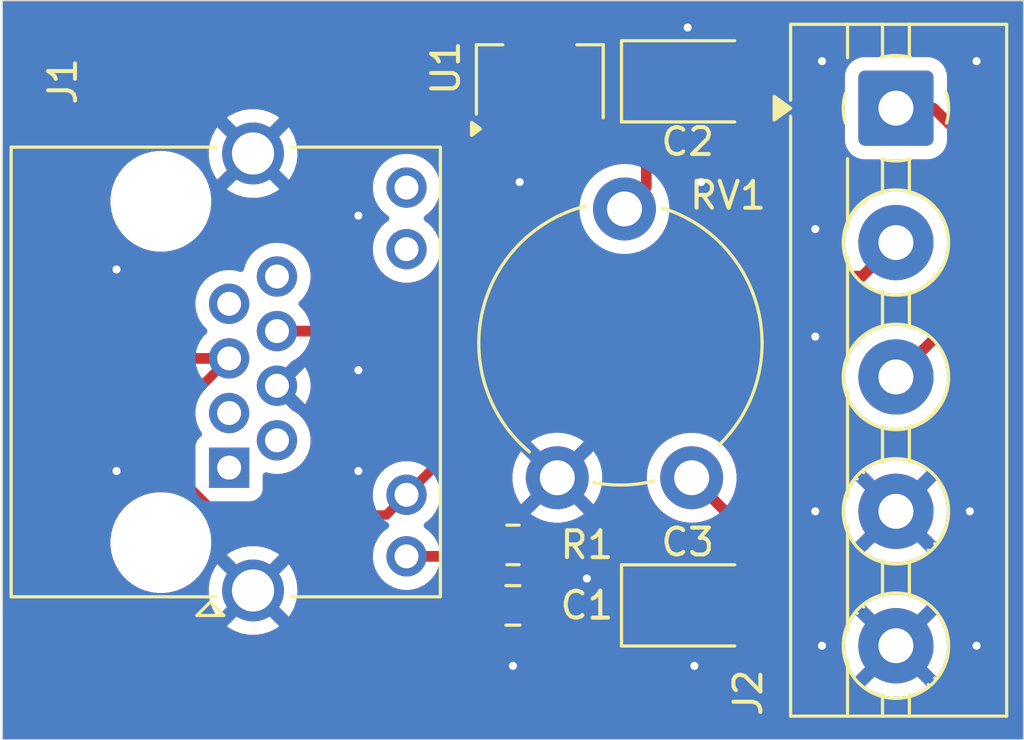
<source format=kicad_pcb>
(kicad_pcb (version 20241229) (generator "pcbnew") (generator_version "9.0")
  (title_block (title "Motorola microphone adapter") (date "2026-01-16") (rev "V 1.2") (company "Z32IT"))
  (layers (0 "F.Cu" signal) (2 "B.Cu" signal) (13 "F.Paste" user) (15 "B.Paste" user) (5 "F.SilkS" user "F.Silkscreen") (7 "B.SilkS" user "B.Silkscreen") (1 "F.Mask" user) (3 "B.Mask" user) (25 "Edge.Cuts" user))
  (net 0 "")
  (net 1 "/PTT")
  (net 2 "Net-(C1-Pad1)")
  (net 7 "GND")
  (net 11 "MIC")
  (net 12 "/MIC-in")
  (net 13 "MIC-AUDIO")
  (net 14 "Net-(C2-Pad1)")
  (net 15 "Net-(C3-Pad2)")
  (footprint "Potentiometer_THT:Potentiometer_Piher_PT-10-V10_Vertical" (layer "F.Cu") (at 90.15 90.25 90)
    (property "Reference" "RV1" (at 10.5 1.35 0) (layer "F.SilkS"))
    (property "Value" "50K" (hide yes))
    (fp_arc (start 0.963379 -6.038474) (mid 6.186565 -7.784991) (end 10.114 -3.924) (stroke (width 0.12)) (layer "F.SilkS"))
    (fp_arc (start -0.11439 -1.375119) (mid -0.269093 -2.512295) (end -0.174 -3.656) (stroke (width 0.12)) (layer "F.SilkS"))
    (fp_arc (start 10.039726 -1.109201) (mid 8.134716 1.586326) (end 5 2.62) (stroke (width 0.12)) (layer "F.SilkS"))
    (fp_arc (start 5.09203 2.619358) (mid 2.983245 2.219015) (end 1.209 1.011) (stroke (width 0.12)) (layer "F.SilkS"))
    (pad "1" thru_hole circle (at 0 0 90) (size 2.34 2.34) (drill 1.3) (layers "*.Cu" "*.Mask") (net 15 "Net-(C3-Pad2)"))
    (pad "2" thru_hole circle (at 10 -2.5 90) (size 2.34 2.34) (drill 1.3) (layers "*.Cu" "*.Mask") (net 14 "Net-(C2-Pad1)"))
    (pad "3" thru_hole circle (at 0 -5 90) (size 2.34 2.34) (drill 1.3) (layers "*.Cu" "*.Mask") (net 7 "GND"))
  )
  (footprint "Capacitor_Tantalum_SMD:CP_EIA-3528-12_Kemet-T" (layer "F.Cu") (at 90 95)
    (property "Reference" "C3" (at 0 -2.35 0) (layer "F.SilkS"))
    (property "Value" "4u7" (hide yes))
    (fp_line (start -2.46 -1.51) (end -2.46 1.51) (stroke (width 0.12)) (layer "F.SilkS"))
    (fp_line (start -2.46 1.51) (end 1.75 1.51) (stroke (width 0.12)) (layer "F.SilkS"))
    (fp_line (start 1.75 -1.51) (end -2.46 -1.51) (stroke (width 0.12)) (layer "F.SilkS"))
    (pad "1" smd roundrect (at -1.5375 0) (size 1.325 2.35) (layers "F.Cu" "F.Mask" "F.Paste") (roundrect_rratio 0.188679) (net 11 "MIC"))
    (pad "2" smd roundrect (at 1.5375 0) (size 1.325 2.35) (layers "F.Cu" "F.Mask" "F.Paste") (roundrect_rratio 0.188679) (net 15 "Net-(C3-Pad2)"))
  )
  (footprint "Package_TO_SOT_SMD:SOT-89-3" (layer "F.Cu") (at 84.5 75.5 90)
    (property "Reference" "U1" (at 0.5 -3.5 90) (layer "F.SilkS"))
    (property "Value" "L78L09_SOT89" (hide yes))
    (fp_line (start -1.22 -2.36) (end 1.36 -2.36) (stroke (width 0.12)) (layer "F.SilkS"))
    (fp_line (start 1.36 -1.38) (end 1.36 -2.36) (stroke (width 0.12)) (layer "F.SilkS"))
    (fp_line (start 1.36 1.38) (end 1.36 2.36) (stroke (width 0.12)) (layer "F.SilkS"))
    (fp_line (start 1.36 2.36) (end -1.36 2.36) (stroke (width 0.12)) (layer "F.SilkS"))
    (fp_poly (pts (xy -1.77 -2.21) (xy -2.01 -2.54) (xy -1.53 -2.54) (xy -1.77 -2.21)) (stroke (width 0.12)) (fill yes) (layer "F.SilkS"))
    (pad "1" smd roundrect (at -1.95 -1.5 90) (size 1.3 0.9) (layers "F.Cu" "F.Mask" "F.Paste") (net 11 "MIC"))
    (pad "2" smd custom (at -1.8625 0 90) (size 1.475 0.9) (layers "F.Cu" "F.Mask" "F.Paste") (net 7 "GND") (options (clearance outline) (anchor rect)) (primitives (gr_poly (pts (xy 3.8625 0.8665) (xy 0.7375 0.8665) (xy 0.7375 -0.8665) (xy 3.8625 -0.8665)) (width 0) (fill yes))))
    (pad "3" smd roundrect (at -1.95 1.5 90) (size 1.3 0.9) (layers "F.Cu" "F.Mask" "F.Paste") (net 12 "/MIC-in"))
  )
  (footprint "TerminalBlock:TerminalBlock_MaiXu_MX126-5.0-05P_1x05_P5.00mm" (layer "F.Cu") (at 97.75 76.5 -90)
    (property "Reference" "J2" (at 21.75 5.5 90) (layer "F.SilkS"))
    (property "Value" "Screw_Terminal_01x05" (hide yes))
    (fp_line (start -3.12 3.92) (end -0.3 3.92) (stroke (width 0.12)) (layer "F.SilkS"))
    (fp_line (start 0.3 3.92) (end 22.62 3.92) (stroke (width 0.12)) (layer "F.SilkS"))
    (fp_line (start -3.12 1.8) (end -1.88 1.8) (stroke (width 0.12)) (layer "F.SilkS"))
    (fp_line (start 1.88 1.8) (end 4.457 1.8) (stroke (width 0.12)) (layer "F.SilkS"))
    (fp_line (start 5.543 1.8) (end 9.457 1.8) (stroke (width 0.12)) (layer "F.SilkS"))
    (fp_line (start 10.543 1.8) (end 14.457 1.8) (stroke (width 0.12)) (layer "F.SilkS"))
    (fp_line (start 15.543 1.8) (end 19.457 1.8) (stroke (width 0.12)) (layer "F.SilkS"))
    (fp_line (start 20.543 1.8) (end 22.62 1.8) (stroke (width 0.12)) (layer "F.SilkS"))
    (fp_line (start 3.795 1.443) (end 3.752 1.486) (stroke (width 0.12)) (layer "F.SilkS"))
    (fp_line (start 8.795 1.443) (end 8.752 1.486) (stroke (width 0.12)) (layer "F.SilkS"))
    (fp_line (start 13.795 1.443) (end 13.752 1.486) (stroke (width 0.12)) (layer "F.SilkS"))
    (fp_line (start 18.795 1.443) (end 18.752 1.486) (stroke (width 0.12)) (layer "F.SilkS"))
    (fp_line (start 3.556 1.204) (end 3.513 1.247) (stroke (width 0.12)) (layer "F.SilkS"))
    (fp_line (start 8.556 1.204) (end 8.513 1.247) (stroke (width 0.12)) (layer "F.SilkS"))
    (fp_line (start 13.556 1.204) (end 13.513 1.247) (stroke (width 0.12)) (layer "F.SilkS"))
    (fp_line (start 18.556 1.204) (end 18.513 1.247) (stroke (width 0.12)) (layer "F.SilkS"))
    (fp_line (start -3.12 0.5) (end -1.88 0.5) (stroke (width 0.12)) (layer "F.SilkS"))
    (fp_line (start 1.88 0.5) (end 3.188 0.5) (stroke (width 0.12)) (layer "F.SilkS"))
    (fp_line (start 6.812 0.5) (end 8.188 0.5) (stroke (width 0.12)) (layer "F.SilkS"))
    (fp_line (start 11.812 0.5) (end 13.188 0.5) (stroke (width 0.12)) (layer "F.SilkS"))
    (fp_line (start 16.812 0.5) (end 18.188 0.5) (stroke (width 0.12)) (layer "F.SilkS"))
    (fp_line (start 21.812 0.5) (end 22.62 0.5) (stroke (width 0.12)) (layer "F.SilkS"))
    (fp_line (start -3.12 -0.5) (end -1.88 -0.5) (stroke (width 0.12)) (layer "F.SilkS"))
    (fp_line (start 1.88 -0.5) (end 3.188 -0.5) (stroke (width 0.12)) (layer "F.SilkS"))
    (fp_line (start 6.812 -0.5) (end 8.188 -0.5) (stroke (width 0.12)) (layer "F.SilkS"))
    (fp_line (start 11.812 -0.5) (end 13.188 -0.5) (stroke (width 0.12)) (layer "F.SilkS"))
    (fp_line (start 16.812 -0.5) (end 18.188 -0.5) (stroke (width 0.12)) (layer "F.SilkS"))
    (fp_line (start 21.812 -0.5) (end 22.62 -0.5) (stroke (width 0.12)) (layer "F.SilkS"))
    (fp_line (start 6.487 -1.247) (end 6.444 -1.204) (stroke (width 0.12)) (layer "F.SilkS"))
    (fp_line (start 11.487 -1.247) (end 11.444 -1.204) (stroke (width 0.12)) (layer "F.SilkS"))
    (fp_line (start 16.487 -1.247) (end 16.444 -1.204) (stroke (width 0.12)) (layer "F.SilkS"))
    (fp_line (start 21.487 -1.247) (end 21.444 -1.204) (stroke (width 0.12)) (layer "F.SilkS"))
    (fp_line (start 6.247 -1.486) (end 6.204 -1.443) (stroke (width 0.12)) (layer "F.SilkS"))
    (fp_line (start 11.247 -1.486) (end 11.204 -1.443) (stroke (width 0.12)) (layer "F.SilkS"))
    (fp_line (start 16.247 -1.486) (end 16.204 -1.443) (stroke (width 0.12)) (layer "F.SilkS"))
    (fp_line (start 21.247 -1.486) (end 21.204 -1.443) (stroke (width 0.12)) (layer "F.SilkS"))
    (fp_line (start -3.12 -4.12) (end -3.12 3.92) (stroke (width 0.12)) (layer "F.SilkS"))
    (fp_line (start -3.12 -4.12) (end 22.62 -4.12) (stroke (width 0.12)) (layer "F.SilkS"))
    (fp_line (start 22.62 -4.12) (end 22.62 3.92) (stroke (width 0.12)) (layer "F.SilkS"))
    (fp_arc (start 0.554 1.88) (mid -0.000246 1.959928) (end -0.554472 1.879861) (stroke (width 0.12)) (layer "F.SilkS"))
    (fp_arc (start -1.88 0.554) (mid -1.959928 -0.000246) (end -1.879861 -0.554472) (stroke (width 0.12)) (layer "F.SilkS"))
    (fp_arc (start 1.88 -0.554) (mid 1.959928 0.000246) (end 1.879861 0.554472) (stroke (width 0.12)) (layer "F.SilkS"))
    (fp_arc (start -0.554 -1.88) (mid 0.000246 -1.959928) (end 0.554472 -1.879861) (stroke (width 0.12)) (layer "F.SilkS"))
    (fp_circle (center 5 0) (end 6.96 0) (stroke (width 0.12)) (fill no) (layer "F.SilkS"))
    (fp_circle (center 10 0) (end 11.96 0) (stroke (width 0.12)) (fill no) (layer "F.SilkS"))
    (fp_circle (center 15 0) (end 16.96 0) (stroke (width 0.12)) (fill no) (layer "F.SilkS"))
    (fp_circle (center 20 0) (end 21.96 0) (stroke (width 0.12)) (fill no) (layer "F.SilkS"))
    (fp_poly (pts (xy 0 3.92) (xy 0.44 4.53) (xy -0.44 4.53) (xy 0 3.92)) (stroke (width 0.12)) (fill yes) (layer "F.SilkS"))
    (pad "1" thru_hole roundrect (at 0 0 270) (size 2.8 2.8) (drill 1.3) (layers "*.Cu" "*.Mask") (roundrect_rratio 0.089286) (net 1 "/PTT"))
    (pad "2" thru_hole circle (at 5 0 270) (size 2.8 2.8) (drill 1.3) (layers "*.Cu" "*.Mask") (net 12 "/MIC-in"))
    (pad "3" thru_hole circle (at 10 0 270) (size 2.8 2.8) (drill 1.3) (layers "*.Cu" "*.Mask") (net 13 "MIC-AUDIO"))
    (pad "4" thru_hole circle (at 15 0 270) (size 2.8 2.8) (drill 1.3) (layers "*.Cu" "*.Mask") (net 7 "GND"))
    (pad "5" thru_hole circle (at 20 0 270) (size 2.8 2.8) (drill 1.3) (layers "*.Cu" "*.Mask") (net 7 "GND"))
  )
  (footprint "Connector_RJ:RJ45_Amphenol_RJHSE538X" (layer "F.Cu") (at 72.94 89.875 90)
    (property "Reference" "J1" (at 14.375 -6.19 90) (layer "F.SilkS"))
    (property "Value" "Motorola GM300 mikrofon")
    (fp_line (start 11.925 -8.11) (end 11.925 -0.5) (stroke (width 0.12)) (layer "F.SilkS"))
    (fp_line (start -4.805 -8.11) (end 11.925 -8.11) (stroke (width 0.12)) (layer "F.SilkS"))
    (fp_line (start -4.805 -8.11) (end -4.805 -0.5) (stroke (width 0.12)) (layer "F.SilkS"))
    (fp_line (start -5.5 -1.2) (end -5 -0.7) (stroke (width 0.12)) (layer "F.SilkS"))
    (fp_line (start -5 -0.7) (end -5.5 -0.2) (stroke (width 0.12)) (layer "F.SilkS"))
    (fp_line (start -5.5 -0.2) (end -5.5 -1.2) (stroke (width 0.12)) (layer "F.SilkS"))
    (fp_line (start 11.925 7.86) (end 11.925 2.3) (stroke (width 0.12)) (layer "F.SilkS"))
    (fp_line (start -4.805 7.86) (end -4.805 2.3) (stroke (width 0.12)) (layer "F.SilkS"))
    (fp_line (start -4.805 7.86) (end 11.925 7.86) (stroke (width 0.12)) (layer "F.SilkS"))
    (pad "" np_thru_hole circle (at -2.79 -2.54 90) (size 3.25 3.25) (drill 3.25) (layers "*.Cu" "*.Mask"))
    (pad "" np_thru_hole circle (at 9.91 -2.54 90) (size 3.25 3.25) (drill 3.25) (layers "*.Cu" "*.Mask"))
    (pad "1" thru_hole rect (at 0 0 90) (size 1.5 1.5) (drill 0.89) (layers "*.Cu" "*.Mask"))
    (pad "2" thru_hole circle (at 1.016 1.78 90) (size 1.5 1.5) (drill 0.89) (layers "*.Cu" "*.Mask"))
    (pad "3" thru_hole circle (at 2.032 0 90) (size 1.5 1.5) (drill 0.89) (layers "*.Cu" "*.Mask"))
    (pad "4" thru_hole circle (at 3.048 1.78 90) (size 1.5 1.5) (drill 0.89) (layers "*.Cu" "*.Mask") (net 7 "GND"))
    (pad "5" thru_hole circle (at 4.064 0 90) (size 1.5 1.5) (drill 0.89) (layers "*.Cu" "*.Mask") (net 11 "MIC"))
    (pad "6" thru_hole circle (at 5.08 1.78 90) (size 1.5 1.5) (drill 0.89) (layers "*.Cu" "*.Mask") (net 1 "/PTT"))
    (pad "7" thru_hole circle (at 6.096 0 90) (size 1.5 1.5) (drill 0.89) (layers "*.Cu" "*.Mask"))
    (pad "8" thru_hole circle (at 7.112 1.78 90) (size 1.5 1.5) (drill 0.89) (layers "*.Cu" "*.Mask"))
    (pad "9" thru_hole circle (at -3.3 6.6 90) (size 1.5 1.5) (drill 0.89) (layers "*.Cu" "*.Mask") (net 2 "Net-(C1-Pad1)"))
    (pad "10" thru_hole circle (at -1.01 6.6 90) (size 1.5 1.5) (drill 0.89) (layers "*.Cu" "*.Mask") (net 11 "MIC"))
    (pad "11" thru_hole circle (at 8.13 6.6 90) (size 1.5 1.5) (drill 0.89) (layers "*.Cu" "*.Mask"))
    (pad "12" thru_hole circle (at 10.42 6.6 90) (size 1.5 1.5) (drill 0.89) (layers "*.Cu" "*.Mask"))
    (pad "SH" thru_hole circle (at -4.57 0.89 90) (size 2.3 2.3) (drill 1.57) (layers "*.Cu" "*.Mask") (net 7 "GND"))
    (pad "SH" thru_hole circle (at 11.69 0.89 90) (size 2.3 2.3) (drill 1.57) (layers "*.Cu" "*.Mask") (net 7 "GND"))
  )
  (footprint "Capacitor_Tantalum_SMD:CP_EIA-3528-12_Kemet-T" (layer "F.Cu") (at 90 75.5)
    (property "Reference" "C2" (at 0 2.25 0) (layer "F.SilkS"))
    (property "Value" "4u7" (hide yes))
    (fp_line (start -2.46 -1.51) (end -2.46 1.51) (stroke (width 0.12)) (layer "F.SilkS"))
    (fp_line (start -2.46 1.51) (end 1.75 1.51) (stroke (width 0.12)) (layer "F.SilkS"))
    (fp_line (start 1.75 -1.51) (end -2.46 -1.51) (stroke (width 0.12)) (layer "F.SilkS"))
    (pad "1" smd roundrect (at -1.5375 0) (size 1.325 2.35) (layers "F.Cu" "F.Mask" "F.Paste") (roundrect_rratio 0.188679) (net 14 "Net-(C2-Pad1)"))
    (pad "2" smd roundrect (at 1.5375 0) (size 1.325 2.35) (layers "F.Cu" "F.Mask" "F.Paste") (roundrect_rratio 0.188679) (net 13 "MIC-AUDIO"))
  )
  (footprint "Capacitor_SMD:C_0805_2012Metric" (layer "F.Cu") (at 83.5 95)
    (property "Reference" "C1" (at 2.75 0 0) (layer "F.SilkS"))
    (property "Value" "10n" (hide yes))
    (fp_line (start -0.261252 -0.735) (end 0.261252 -0.735) (stroke (width 0.12)) (layer "F.SilkS"))
    (fp_line (start -0.261252 0.735) (end 0.261252 0.735) (stroke (width 0.12)) (layer "F.SilkS"))
    (pad "1" smd roundrect (at -0.95 0) (size 1 1.45) (layers "F.Cu" "F.Mask" "F.Paste") (net 2 "Net-(C1-Pad1)"))
    (pad "2" smd roundrect (at 0.95 0) (size 1 1.45) (layers "F.Cu" "F.Mask" "F.Paste") (net 1 "/PTT"))
  )
  (footprint "Resistor_SMD:R_0805_2012Metric" (layer "F.Cu") (at 83.5 92.75)
    (property "Reference" "R1" (at 2.75 0 0) (layer "F.SilkS"))
    (property "Value" "2k2" (hide yes))
    (fp_line (start -0.227064 -0.735) (end 0.227064 -0.735) (stroke (width 0.12)) (layer "F.SilkS"))
    (fp_line (start -0.227064 0.735) (end 0.227064 0.735) (stroke (width 0.12)) (layer "F.SilkS"))
    (pad "1" smd roundrect (at -0.9125 0) (size 1.025 1.4) (layers "F.Cu" "F.Mask" "F.Paste") (roundrect_rratio 0.243902) (net 2 "Net-(C1-Pad1)"))
    (pad "2" smd roundrect (at 0.9125 0) (size 1.025 1.4) (layers "F.Cu" "F.Mask" "F.Paste") (roundrect_rratio 0.243902) (net 1 "/PTT"))
  )
  (gr_line (start 64.5 100) (end 64.5 72.5) (stroke (width 0.05)) (layer "Edge.Cuts"))
  (gr_line (start 64.5 72.5) (end 102.5 72.5) (stroke (width 0.05)) (layer "Edge.Cuts"))
  (gr_line (start 102.5 72.5) (end 102.5 100) (stroke (width 0.05)) (layer "Edge.Cuts"))
  (gr_line (start 102.5 100) (end 64.5 100) (stroke (width 0.05)) (layer "Edge.Cuts"))
  (segment (start 84.45 92.7875) (end 84.4125 92.75) (width 0.2) (layer "F.Cu") (net 1))
  (segment (start 91.545 84.795) (end 95.75 89) (width 0.4) (layer "F.Cu") (net 1))
  (segment (start 84.4125 92.75) (end 84.8635 93.201) (width 0.2) (layer "F.Cu") (net 1))
  (segment (start 101.25 89) (end 101.25 78.600001) (width 0.4) (layer "F.Cu") (net 1))
  (segment (start 74.72 84.795) (end 91.545 84.795) (width 0.4) (layer "F.Cu") (net 1))
  (segment (start 99.149999 76.5) (end 97.75 76.5) (width 0.2) (layer "F.Cu") (net 1))
  (segment (start 95.75 89) (end 101.25 89) (width 0.4) (layer "F.Cu") (net 1))
  (segment (start 84.45 95) (end 84.45 92.7875) (width 0.3) (layer "F.Cu") (net 1))
  (segment (start 101.25 78.600001) (end 99.149999 76.5) (width 0.4) (layer "F.Cu") (net 1))
  (segment (start 82.55 92.7875) (end 82.5875 92.75) (width 0.2) (layer "F.Cu") (net 2))
  (segment (start 82.1625 93.175) (end 82.5875 92.75) (width 0.2) (layer "F.Cu") (net 2))
  (segment (start 82.55 95) (end 82.55 92.7875) (width 0.3) (layer "F.Cu") (net 2))
  (segment (start 79.54 93.175) (end 82.1625 93.175) (width 0.4) (layer "F.Cu") (net 2))
  (via (at 90.5 79.25) (size 0.6) (drill 0.3) (layers "F.Cu" "B.Cu") (net 7))
  (via (at 94.75 81) (size 0.6) (drill 0.3) (layers "F.Cu" "B.Cu") (net 7))
  (via (at 83.75 79.25) (size 0.6) (drill 0.3) (layers "F.Cu" "B.Cu") (net 7))
  (via (at 86.25 94) (size 0.6) (drill 0.3) (layers "F.Cu" "B.Cu") (net 7))
  (via (at 68.75 82.5) (size 0.6) (drill 0.3) (layers "F.Cu" "B.Cu") (net 7))
  (via (at 90 73.5) (size 0.6) (drill 0.3) (layers "F.Cu" "B.Cu") (net 7))
  (via (at 95 96.5) (size 0.6) (drill 0.3) (layers "F.Cu" "B.Cu") (net 7))
  (via (at 77.75 90) (size 0.6) (drill 0.3) (layers "F.Cu" "B.Cu") (net 7))
  (via (at 100.5 91.5) (size 0.6) (drill 0.3) (layers "F.Cu" "B.Cu") (net 7))
  (via (at 90.25 97.25) (size 0.6) (drill 0.3) (layers "F.Cu" "B.Cu") (net 7))
  (via (at 77.75 86.25) (size 0.6) (drill 0.3) (layers "F.Cu" "B.Cu") (net 7))
  (via (at 100.75 74.75) (size 0.6) (drill 0.3) (layers "F.Cu" "B.Cu") (net 7))
  (via (at 95 74.75) (size 0.6) (drill 0.3) (layers "F.Cu" "B.Cu") (net 7))
  (via (at 94.75 85) (size 0.6) (drill 0.3) (layers "F.Cu" "B.Cu") (net 7))
  (via (at 94.75 91.5) (size 0.6) (drill 0.3) (layers "F.Cu" "B.Cu") (net 7))
  (via (at 77.75 80.5) (size 0.6) (drill 0.3) (layers "F.Cu" "B.Cu") (net 7))
  (via (at 83.5 97.25) (size 0.6) (drill 0.3) (layers "F.Cu" "B.Cu") (net 7))
  (via (at 100.75 96.5) (size 0.6) (drill 0.3) (layers "F.Cu" "B.Cu") (net 7))
  (via (at 68.75 90) (size 0.6) (drill 0.3) (layers "F.Cu" "B.Cu") (net 7))
  (segment (start 70.25 85.75) (end 70.311 85.811) (width 0.2) (layer "F.Cu") (net 11))
  (segment (start 73.5 81.5) (end 72.5 81.5) (width 0.4) (layer "F.Cu") (net 11))
  (segment (start 82.675 87.75) (end 87.5 87.75) (width 0.35) (layer "F.Cu") (net 11))
  (segment (start 78.79 91.635) (end 79.54 90.885) (width 0.35) (layer "F.Cu") (net 11))
  (segment (start 70.25 83.75) (end 70.25 85.75) (width 0.4) (layer "F.Cu") (net 11))
  (segment (start 71.5 90.6435) (end 72.4915 91.635) (width 0.35) (layer "F.Cu") (net 11))
  (segment (start 72.4915 91.635) (end 78.79 91.635) (width 0.35) (layer "F.Cu") (net 11))
  (segment (start 77.55 77.45) (end 73.5 81.5) (width 0.4) (layer "F.Cu") (net 11))
  (segment (start 83 77.45) (end 77.55 77.45) (width 0.4) (layer "F.Cu") (net 11))
  (segment (start 71.5 87.251) (end 71.5 90.6435) (width 0.35) (layer "F.Cu") (net 11))
  (segment (start 70.311 85.811) (end 72.94 85.811) (width 0.4) (layer "F.Cu") (net 11))
  (segment (start 88.4625 92.7125) (end 88.4625 95) (width 0.35) (layer "F.Cu") (net 11))
  (segment (start 79.54 90.885) (end 82.675 87.75) (width 0.35) (layer "F.Cu") (net 11))
  (segment (start 87.5 91.75) (end 88.4625 92.7125) (width 0.35) (layer "F.Cu") (net 11))
  (segment (start 87.5 87.75) (end 87.5 91.75) (width 0.35) (layer "F.Cu") (net 11))
  (segment (start 72.94 85.811) (end 71.5 87.251) (width 0.35) (layer "F.Cu") (net 11))
  (segment (start 72.5 81.5) (end 70.25 83.75) (width 0.4) (layer "F.Cu") (net 11))
  (segment (start 85 80.25) (end 86 79.25) (width 0.4) (layer "F.Cu") (net 12))
  (segment (start 96.5 82.75) (end 85 82.75) (width 0.4) (layer "F.Cu") (net 12))
  (segment (start 85 82.75) (end 85 80.25) (width 0.4) (layer "F.Cu") (net 12))
  (segment (start 86 79.25) (end 86 77.45) (width 0.4) (layer "F.Cu") (net 12))
  (segment (start 97.75 81.5) (end 96.5 82.75) (width 0.4) (layer "F.Cu") (net 12))
  (segment (start 100 84.25) (end 97.75 86.5) (width 0.4) (layer "F.Cu") (net 13))
  (segment (start 97.5 86.75) (end 97.75 86.5) (width 0.2) (layer "F.Cu") (net 13))
  (segment (start 100 79) (end 100 84.25) (width 0.4) (layer "F.Cu") (net 13))
  (segment (start 95.0375 79) (end 100 79) (width 0.4) (layer "F.Cu") (net 13))
  (segment (start 91.5375 75.5) (end 95.0375 79) (width 0.4) (layer "F.Cu") (net 13))
  (segment (start 88.4625 79.4375) (end 87.65 80.25) (width 0.2) (layer "F.Cu") (net 14))
  (segment (start 88.4625 75.5) (end 88.4625 79.4375) (width 0.4) (layer "F.Cu") (net 14))
  (segment (start 91.5375 95) (end 91.5375 91.6375) (width 0.4) (layer "F.Cu") (net 15))
  (segment (start 91.5375 91.6375) (end 90.15 90.25) (width 0.4) (layer "F.Cu") (net 15))
  (zone (net 7) (net_name "GND") (layers "F.Cu" "B.Cu") (connect_pads (clearance 0.5)) (min_thickness 0.25) (fill yes (thermal_gap 0.5) (thermal_bridge_width 0.5))
    (polygon (pts (xy 64.5 72.5) (xy 102.5 72.5) (xy 102.5 100) (xy 64.5 100)))
  )
)
</source>
